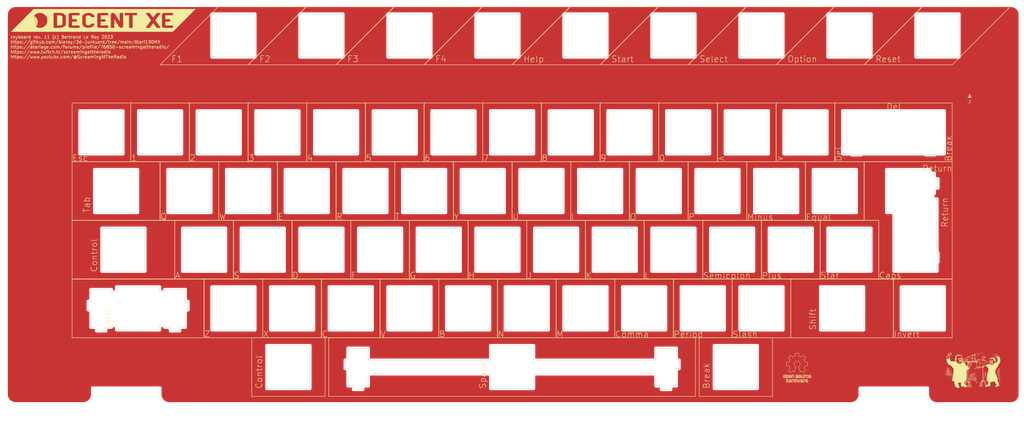
<source format=kicad_pcb>
(kicad_pcb (version 20211014) (generator pcbnew)
  (title_block (title "Decent XE Keyboard") (date "2022-12-29") (rev "11") (company "Decent Consulting"))
  (layers (0 "F.Cu" signal) (31 "B.Cu" signal) (34 "B.Paste" user) (35 "F.Paste" user) (36 "B.SilkS" user "B.Silkscreen") (37 "F.SilkS" user "F.Silkscreen") (38 "B.Mask" user) (39 "F.Mask" user) (44 "Edge.Cuts" user))
  (net 0 "")
  (net 1 "GND")
  (footprint "Atari130MX:MX-1-00U-Hole" (layer "F.Cu") (at 87.0975 102.16)
    (fp_text reference "SWA1" hide)
    (fp_text value "SW_Push_45deg")
    (fp_line (start -7 -7) (end -7 7) (layer "Edge.Cuts") (width 0.12))
    (fp_line (start 7 -7) (end 7 7) (layer "Edge.Cuts") (width 0.12))
    (fp_line (start -7 -7) (end 7 -7) (layer "Edge.Cuts") (width 0.12))
    (fp_line (start -7 7) (end 7 7) (layer "Edge.Cuts") (width 0.12))
  )
  (footprint "Atari130MX:MX-1-00U-Hole" (layer "F.Cu") (at 172.8225 121.21)
    (fp_text reference "SWB1" hide)
    (fp_text value "SW_Push_45deg")
    (fp_line (start -7 7) (end 7 7) (layer "Edge.Cuts") (width 0.12))
    (fp_line (start 7 -7) (end 7 7) (layer "Edge.Cuts") (width 0.12))
    (fp_line (start -7 -7) (end -7 7) (layer "Edge.Cuts") (width 0.12))
    (fp_line (start -7 -7) (end 7 -7) (layer "Edge.Cuts") (width 0.12))
  )
  (footprint "Atari130MX:MX-1-00U-Hole" (layer "F.Cu") (at 134.7225 121.21)
    (fp_text reference "SWC1" hide)
    (fp_text value "SW_Push_45deg")
    (fp_line (start -7 7) (end 7 7) (layer "Edge.Cuts") (width 0.12))
    (fp_line (start 7 -7) (end 7 7) (layer "Edge.Cuts") (width 0.12))
    (fp_line (start -7 -7) (end 7 -7) (layer "Edge.Cuts") (width 0.12))
    (fp_line (start -7 -7) (end -7 7) (layer "Edge.Cuts") (width 0.12))
  )
  (footprint "Atari130MX:MX-1-00U-Hole" (layer "F.Cu") (at 229.9725 121.21)
    (fp_text reference "SWComma1" hide)
    (fp_text value "SW_Push_45deg")
    (fp_line (start 7 -7) (end 7 7) (layer "Edge.Cuts") (width 0.12))
    (fp_line (start -7 7) (end 7 7) (layer "Edge.Cuts") (width 0.12))
    (fp_line (start -7 -7) (end -7 7) (layer "Edge.Cuts") (width 0.12))
    (fp_line (start -7 -7) (end 7 -7) (layer "Edge.Cuts") (width 0.12))
  )
  (footprint "Atari130MX:MX-1-25U-Hole" (layer "F.Cu") (at 114.481875 140.26)
    (fp_text reference "SWCtl1" hide)
    (fp_text value "SW_Push_45deg")
    (fp_line (start -7 7) (end 7 7) (layer "Edge.Cuts") (width 0.12))
    (fp_line (start 7 -7) (end 7 7) (layer "Edge.Cuts") (width 0.12))
    (fp_line (start -7 -7) (end -7 7) (layer "Edge.Cuts") (width 0.12))
    (fp_line (start -7 -7) (end 7 -7) (layer "Edge.Cuts") (width 0.12))
  )
  (footprint "Atari130MX:MX-1-00U-Hole" (layer "F.Cu") (at 125.1975 102.16)
    (fp_text reference "SWD1" hide)
    (fp_text value "SW_Push_45deg")
    (fp_line (start 7 -7) (end 7 7) (layer "Edge.Cuts") (width 0.12))
    (fp_line (start -7 -7) (end -7 7) (layer "Edge.Cuts") (width 0.12))
    (fp_line (start -7 7) (end 7 7) (layer "Edge.Cuts") (width 0.12))
    (fp_line (start -7 -7) (end 7 -7) (layer "Edge.Cuts") (width 0.12))
  )
  (footprint "Atari130MX:MX-1-00U-Hole" (layer "F.Cu") (at 144.2475 102.16)
    (fp_text reference "SWF1" hide)
    (fp_text value "SW_Push_45deg")
    (fp_line (start 7 -7) (end 7 7) (layer "Edge.Cuts") (width 0.12))
    (fp_line (start -7 -7) (end 7 -7) (layer "Edge.Cuts") (width 0.12))
    (fp_line (start -7 7) (end 7 7) (layer "Edge.Cuts") (width 0.12))
    (fp_line (start -7 -7) (end -7 7) (layer "Edge.Cuts") (width 0.12))
  )
  (footprint "Atari130MX:MX-1-00U-Hole" (layer "F.Cu") (at 163.2975 102.16)
    (fp_text reference "SWG1" hide)
    (fp_text value "SW_Push_45deg")
    (fp_line (start -7 7) (end 7 7) (layer "Edge.Cuts") (width 0.12))
    (fp_line (start -7 -7) (end -7 7) (layer "Edge.Cuts") (width 0.12))
    (fp_line (start -7 -7) (end 7 -7) (layer "Edge.Cuts") (width 0.12))
    (fp_line (start 7 -7) (end 7 7) (layer "Edge.Cuts") (width 0.12))
  )
  (footprint "Atari130MX:MX-1-00U-Hole" (layer "F.Cu") (at 182.3475 102.16)
    (fp_text reference "SWH1" hide)
    (fp_text value "SW_Push_45deg")
    (fp_line (start 7 -7) (end 7 7) (layer "Edge.Cuts") (width 0.12))
    (fp_line (start -7 -7) (end -7 7) (layer "Edge.Cuts") (width 0.12))
    (fp_line (start -7 -7) (end 7 -7) (layer "Edge.Cuts") (width 0.12))
    (fp_line (start -7 7) (end 7 7) (layer "Edge.Cuts") (width 0.12))
  )
  (footprint "Atari130MX:MX-1-50U-Atari-Fn-Hole" (layer "F.Cu") (at 210.9225 32.61)
    (fp_text reference "SWHlp1" hide)
    (fp_text value "SW_Push_45deg")
    (fp_line (start -7 7) (end 7 7) (layer "Edge.Cuts") (width 0.12))
    (fp_line (start -7 -7) (end -7 7) (layer "Edge.Cuts") (width 0.12))
    (fp_line (start -7 -7) (end 7 -7) (layer "Edge.Cuts") (width 0.12))
    (fp_line (start 7 -7) (end 7 7) (layer "Edge.Cuts") (width 0.12))
  )
  (footprint "Atari130MX:MX-1-00U-Hole" (layer "F.Cu") (at 320.46 121.21)
    (fp_text reference "SWInv1" hide)
    (fp_text value "SW_Push_45deg")
    (fp_line (start 7 -7) (end 7 7) (layer "Edge.Cuts") (width 0.12))
    (fp_line (start -7 7) (end 7 7) (layer "Edge.Cuts") (width 0.12))
    (fp_line (start -7 -7) (end 7 -7) (layer "Edge.Cuts") (width 0.12))
    (fp_line (start -7 -7) (end -7 7) (layer "Edge.Cuts") (width 0.12))
  )
  (footprint "Atari130MX:MX-1-00U-Hole" (layer "F.Cu") (at 201.3975 102.16)
    (fp_text reference "SWJ1" hide)
    (fp_text value "SW_Push_45deg")
    (fp_line (start -7 7) (end 7 7) (layer "Edge.Cuts") (width 0.12))
    (fp_line (start -7 -7) (end 7 -7) (layer "Edge.Cuts") (width 0.12))
    (fp_line (start 7 -7) (end 7 7) (layer "Edge.Cuts") (width 0.12))
    (fp_line (start -7 -7) (end -7 7) (layer "Edge.Cuts") (width 0.12))
  )
  (footprint "Atari130MX:MX-1-00U-Hole" (layer "F.Cu") (at 220.4475 102.16)
    (fp_text reference "SWK1" hide)
    (fp_text value "SW_Push_45deg")
    (fp_line (start -7 -7) (end 7 -7) (layer "Edge.Cuts") (width 0.12))
    (fp_line (start 7 -7) (end 7 7) (layer "Edge.Cuts") (width 0.12))
    (fp_line (start -7 -7) (end -7 7) (layer "Edge.Cuts") (width 0.12))
    (fp_line (start -7 7) (end 7 7) (layer "Edge.Cuts") (width 0.12))
  )
  (footprint "Atari130MX:MX-1-00U-Hole" (layer "F.Cu") (at 239.4975 102.16)
    (fp_text reference "SWL1" hide)
    (fp_text value "SW_Push_45deg")
    (fp_line (start -7 -7) (end -7 7) (layer "Edge.Cuts") (width 0.12))
    (fp_line (start -7 7) (end 7 7) (layer "Edge.Cuts") (width 0.12))
    (fp_line (start 7 -7) (end 7 7) (layer "Edge.Cuts") (width 0.12))
    (fp_line (start -7 -7) (end 7 -7) (layer "Edge.Cuts") (width 0.12))
  )
  (footprint "Atari130MX:MX-2-25U-Hole" (layer "F.Cu") (at 65.66625 121.21)
    (fp_text reference "SWLeftSft1" hide)
    (fp_text value "SW_Push_45deg")
    (fp_line (start -7 7) (end 7 7) (layer "Edge.Cuts") (width 0.12))
    (fp_line (start 8.67 5.588) (end 7 5.588) (layer "Edge.Cuts") (width 0.12))
    (fp_line (start 7 -7) (end 7 -5.334) (layer "Edge.Cuts") (width 0.12))
    (fp_line (start 16.2164 -2.286) (end 16.2164 0.508) (layer "Edge.Cuts") (width 0.12))
    (fp_line (start -7 7) (end -7 5.588) (layer "Edge.Cuts") (width 0.12))
    (fp_line (start -8.67 -6.1468) (end -8.67 -5.334) (layer "Edge.Cuts") (width 0.12))
    (fp_line (start -8.67 -6.1468) (end -15.33 -6.1468) (layer "Edge.Cuts") (width 0.12))
    (fp_line (start -10.476 6.1468) (end -10.476 7.3152) (layer "Edge.Cuts") (width 0.12))
    (fp_line (start 15.33 0.508) (end 15.33 6.1468) (layer "Edge.Cuts") (width 0.12))
    (fp_line (start 15.33 0.508) (end 16.2164 0.508) (layer "Edge.Cuts") (width 0.12))
    (fp_line (start -13.524 6.1468) (end -13.524 7.3152) (layer "Edge.Cuts") (width 0.12))
    (fp_line (start 13.524 6.1468) (end 15.33 6.1468) (layer "Edge.Cuts") (width 0.12))
    (fp_line (start 10.476 6.1468) (end 10.476 7.3152) (layer "Edge.Cuts") (width 0.12))
    (fp_line (start -8.67 5.588) (end -7 5.588) (layer "Edge.Cuts") (width 0.12))
    (fp_line (start -15.33 -2.286) (end -16.2164 -2.286) (layer "Edge.Cuts") (width 0.12))
    (fp_line (start 8.67 -6.1468) (end 8.67 -5.334) (layer "Edge.Cuts") (width 0.12))
    (fp_line (start 10.476 7.3152) (end 13.524 7.3152) (layer "Edge.Cuts") (width 0.12))
    (fp_line (start -10.476 7.3152) (end -13.524 7.3152) (layer "Edge.Cuts") (width 0.12))
    (fp_line (start -15.33 -6.1468) (end -15.33 -2.286) (layer "Edge.Cuts") (width 0.12))
    (fp_line (start -15.33 0.508) (end -15.33 6.1468) (layer "Edge.Cuts") (width 0.12))
    (fp_line (start 15.33 -2.286) (end 16.2164 -2.286) (layer "Edge.Cuts") (width 0.12))
    (fp_line (start -7 -7) (end 7 -7) (layer "Edge.Cuts") (width 0.12))
    (fp_line (start -15.33 0.508) (end -16.2164 0.508) (layer "Edge.Cuts") (width 0.12))
    (fp_line (start -13.524 6.1468) (end -15.33 6.1468) (layer "Edge.Cuts") (width 0.12))
    (fp_line (start 8.67 -6.1468) (end 15.33 -6.1468) (layer "Edge.Cuts") (width 0.12))
    (fp_line (start -8.67 6.1468) (end -10.476 6.1468) (layer "Edge.Cuts") (width 0.12))
    (fp_line (start 8.67 6.1468) (end 10.476 6.1468) (layer "Edge.Cuts") (width 0.12))
    (fp_line (start -8.67 6.1468) (end -8.67 5.588) (layer "Edge.Cuts") (width 0.12))
    (fp_line (start -7 -7) (end -7 -5.334) (layer "Edge.Cuts") (width 0.12))
    (fp_line (start 8.67 -5.334) (end 7 -5.334) (layer "Edge.Cuts") (width 0.12))
    (fp_line (start -16.2164 -2.286) (end -16.2164 0.508) (layer "Edge.Cuts") (width 0.12))
    (fp_line (start 7 7) (end 7 5.588) (layer "Edge.Cuts") (width 0.12))
    (fp_line (start 15.33 -6.1468) (end 15.33 -2.286) (layer "Edge.Cuts") (width 0.12))
    (fp_line (start 8.67 6.1468) (end 8.67 5.588) (layer "Edge.Cuts") (width 0.12))
    (fp_line (start -8.67 -5.334) (end -7 -5.334) (layer "Edge.Cuts") (width 0.12))
    (fp_line (start 13.524 6.1468) (end 13.524 7.3152) (layer "Edge.Cuts") (width 0.12))
  )
  (footprint "Atari130MX:MX-1-00U-Hole" (layer "F.Cu") (at 210.9225 121.21)
    (fp_text reference "SWM1" hide)
    (fp_text value "SW_Push_45deg")
    (fp_line (start -7 -7) (end 7 -7) (layer "Edge.Cuts") (width 0.12))
    (fp_line (start -7 -7) (end -7 7) (layer "Edge.Cuts") (width 0.12))
    (fp_line (start -7 7) (end 7 7) (layer "Edge.Cuts") (width 0.12))
    (fp_line (start 7 -7) (end 7 7) (layer "Edge.Cuts") (width 0.12))
  )
  (footprint "Atari130MX:MX-1-00U-Hole" (layer "F.Cu") (at 191.8725 121.21)
    (fp_text reference "SWN1" hide)
    (fp_text value "SW_Push_45deg")
    (fp_line (start -7 -7) (end 7 -7) (layer "Edge.Cuts") (width 0.12))
    (fp_line (start 7 -7) (end 7 7) (layer "Edge.Cuts") (width 0.12))
    (fp_line (start -7 -7) (end -7 7) (layer "Edge.Cuts") (width 0.12))
    (fp_line (start -7 7) (end 7 7) (layer "Edge.Cuts") (width 0.12))
  )
  (footprint "Atari130MX:MX-1-50U-Atari-Fn-Hole" (layer "F.Cu") (at 296.66 32.61)
    (fp_text reference "SWOption1" hide)
    (fp_text value "SW_Push_45deg")
    (fp_line (start -7 -7) (end 7 -7) (layer "Edge.Cuts") (width 0.12))
    (fp_line (start -7 -7) (end -7 7) (layer "Edge.Cuts") (width 0.12))
    (fp_line (start 7 -7) (end 7 7) (layer "Edge.Cuts") (width 0.12))
    (fp_line (start -7 7) (end 7 7) (layer "Edge.Cuts") (width 0.12))
  )
  (footprint "Atari130MX:MX-1-00U-Hole" (layer "F.Cu") (at 249.0225 121.21)
    (fp_text reference "SWPeriod1" hide)
    (fp_text value "SW_Push_45deg")
    (fp_line (start -7 -7) (end -7 7) (layer "Edge.Cuts") (width 0.12))
    (fp_line (start -7 -7) (end 7 -7) (layer "Edge.Cuts") (width 0.12))
    (fp_line (start -7 7) (end 7 7) (layer "Edge.Cuts") (width 0.12))
    (fp_line (start 7 -7) (end 7 7) (layer "Edge.Cuts") (width 0.12))
  )
  (footprint "Atari130MX:MX-1-00U-Hole" (layer "F.Cu") (at 277.5975 102.16)
    (fp_text reference "SWPlus1" hide)
    (fp_text value "SW_Push_45deg")
    (fp_line (start -7 -7) (end 7 -7) (layer "Edge.Cuts") (width 0.12))
    (fp_line (start -7 7) (end 7 7) (layer "Edge.Cuts") (width 0.12))
    (fp_line (start 7 -7) (end 7 7) (layer "Edge.Cuts") (width 0.12))
    (fp_line (start -7 -7) (end -7 7) (layer "Edge.Cuts") (width 0.12))
  )
  (footprint "Atari130MX:MX-1-75U-Hole" (layer "F.Cu") (at 294.26625 121.21)
    (fp_text reference "SWRightSft1" hide)
    (fp_text value "SW_Push_45deg")
    (fp_line (start -7 -7) (end 7 -7) (layer "Edge.Cuts") (width 0.12))
    (fp_line (start -7 7) (end 7 7) (layer "Edge.Cuts") (width 0.12))
    (fp_line (start 7 -7) (end 7 7) (layer "Edge.Cuts") (width 0.12))
    (fp_line (start -7 -7) (end -7 7) (layer "Edge.Cuts") (width 0.12))
  )
  (footprint "Atari130MX:MX-1-00U-Hole" (layer "F.Cu") (at 106.1475 102.16)
    (fp_text reference "SWS1" hide)
    (fp_text value "SW_Push_45deg")
    (fp_line (start -7 -7) (end 7 -7) (layer "Edge.Cuts") (width 0.12))
    (fp_line (start 7 -7) (end 7 7) (layer "Edge.Cuts") (width 0.12))
    (fp_line (start -7 -7) (end -7 7) (layer "Edge.Cuts") (width 0.12))
    (fp_line (start -7 7) (end 7 7) (layer "Edge.Cuts") (width 0.12))
  )
  (footprint "Atari130MX:MX-1-50U-Atari-Fn-Hole" (layer "F.Cu") (at 268.0725 32.61)
    (fp_text reference "SWSelect1" hide)
    (fp_text value "SW_Push_45deg")
    (fp_line (start -7 -7) (end -7 7) (layer "Edge.Cuts") (width 0.12))
    (fp_line (start -7 -7) (end 7 -7) (layer "Edge.Cuts") (width 0.12))
    (fp_line (start 7 -7) (end 7 7) (layer "Edge.Cuts") (width 0.12))
    (fp_line (start -7 7) (end 7 7) (layer "Edge.Cuts") (width 0.12))
  )
  (footprint "Atari130MX:MX-1-00U-Hole" (layer "F.Cu") (at 258.5475 102.16)
    (fp_text reference "SWSemi1" hide)
    (fp_text value "SW_Push_45deg")
    (fp_line (start -7 -7) (end 7 -7) (layer "Edge.Cuts") (width 0.12))
    (fp_line (start 7 -7) (end 7 7) (layer "Edge.Cuts") (width 0.12))
    (fp_line (start -7 7) (end 7 7) (layer "Edge.Cuts") (width 0.12))
    (fp_line (start -7 -7) (end -7 7) (layer "Edge.Cuts") (width 0.12))
  )
  (footprint "Atari130MX:MX-1-00U-Hole" (layer "F.Cu") (at 268.0725 121.21)
    (fp_text reference "SWSlash1" hide)
    (fp_text value "SW_Push_45deg")
    (fp_line (start -7 7) (end 7 7) (layer "Edge.Cuts") (width 0.12))
    (fp_line (start -7 -7) (end -7 7) (layer "Edge.Cuts") (width 0.12))
    (fp_line (start 7 -7) (end 7 7) (layer "Edge.Cuts") (width 0.12))
    (fp_line (start -7 -7) (end 7 -7) (layer "Edge.Cuts") (width 0.12))
  )
  (footprint "Atari130MX:MX-6-25U-Hole" (layer "F.Cu") (at 187.11 140.26)
    (fp_text reference "SWSpc1" hide)
    (fp_text value "SW_Push_45deg")
    (fp_line (start -46.67 -6.1468) (end -46.67 -2.25) (layer "Edge.Cuts") (width 0.12))
    (fp_line (start 46.67 -2.25) (end 7 -2.25) (layer "Edge.Cuts") (width 0.12))
    (fp_line (start 46.67 6.1468) (end 46.67 2.25) (layer "Edge.Cuts") (width 0.12))
    (fp_line (start 53.33 0.508) (end 54.2164 0.508) (layer "Edge.Cuts") (width 0.12))
    (fp_line (start -46.67 -6.1468) (end -53.33 -6.1468) (layer "Edge.Cuts") (width 0.12))
    (fp_line (start -54.2164 -2.286) (end -54.2164 0.508) (layer "Edge.Cuts") (width 0.12))
    (fp_line (start 46.67 -6.1468) (end 46.67 -2.25) (layer "Edge.Cuts") (width 0.12))
    (fp_line (start -7 -7) (end 7 -7) (layer "Edge.Cuts") (width 0.12))
    (fp_line (start 46.67 2.25) (end 7 2.25) (layer "Edge.Cuts") (width 0.12))
    (fp_line (start -48.476 7.3152) (end -51.524 7.3152) (layer "Edge.Cuts") (width 0.12))
    (fp_line (start 48.476 7.3152) (end 51.524 7.3152) (layer "Edge.Cuts") (width 0.12))
    (fp_line (start 53.33 0.508) (end 53.33 6.1468) (layer "Edge.Cuts") (width 0.12))
    (fp_line (start -7 7) (end -7 2.25) (layer "Edge.Cuts") (width 0.12))
    (fp_line (start 54.2164 -2.286) (end 54.2164 0.508) (layer "Edge.Cuts") (width 0.12))
    (fp_line (start 53.33 -2.286) (end 54.2164 -2.286) (layer "Edge.Cuts") (width 0.12))
    (fp_line (start -7 7) (end 7 7) (layer "Edge.Cuts") (width 0.12))
    (fp_line (start 51.524 6.1468) (end 53.33 6.1468) (layer "Edge.Cuts") (width 0.12))
    (fp_line (start -46.67 6.1468) (end -46.67 2.25) (layer "Edge.Cuts") (width 0.12))
    (fp_line (start -51.524 6.1468) (end -53.33 6.1468) (layer "Edge.Cuts") (width 0.12))
    (fp_line (start -51.524 6.1468) (end -51.524 7.3152) (layer "Edge.Cuts") (width 0.12))
    (fp_line (start -53.33 0.508) (end -53.33 6.1468) (layer "Edge.Cuts") (width 0.12))
    (fp_line (start -53.33 -6.1468) (end -53.33 -2.286) (layer "Edge.Cuts") (width 0.12))
    (fp_line (start 46.67 6.1468) (end 48.476 6.1468) (layer "Edge.Cuts") (width 0.12))
    (fp_line (start -53.33 -2.286) (end -54.2164 -2.286) (layer "Edge.Cuts") (width 0.12))
    (fp_line (start -46.67 2.25) (end -7 2.25) (layer "Edge.Cuts") (width 0.12))
    (fp_line (start 46.67 -6.1468) (end 53.33 -6.1468) (layer "Edge.Cuts") (width 0.12))
    (fp_line (start 51.524 6.1468) (end 51.524 7.3152) (layer "Edge.Cuts") (width 0.12))
    (fp_line (start -46.67 6.1468) (end -48.476 6.1468) (layer "Edge.Cuts") (width 0.12))
    (fp_line (start 53.33 -6.1468) (end 53.33 -2.286) (layer "Edge.Cuts") (width 0.12))
    (fp_line (start 48.476 6.1468) (end 48.476 7.3152) (layer "Edge.Cuts") (width 0.12))
    (fp_line (start -7 -7) (end -7 -2.25) (layer "Edge.Cuts") (width 0.12))
    (fp_line (start 7 -7) (end 7 -2.25) (layer "Edge.Cuts") (width 0.12))
    (fp_line (start -53.33 0.508) (end -54.2164 0.508) (layer "Edge.Cuts") (width 0.12))
    (fp_line (start -48.476 6.1468) (end -48.476 7.3152) (layer "Edge.Cuts") (width 0.12))
    (fp_line (start -46.67 -2.25) (end -7 -2.25) (layer "Edge.Cuts") (width 0.12))
    (fp_line (start 7 7) (end 7 2.25) (layer "Edge.Cuts") (width 0.12))
  )
  (footprint "Atari130MX:MX-1-50U-Atari-Fn-Hole" (layer "F.Cu") (at 239.4975 32.61)
    (fp_text reference "SWStart1" hide)
    (fp_text value "SW_Push_45deg")
    (fp_line (start -7 -7) (end -7 7) (layer "Edge.Cuts") (width 0.12))
    (fp_line (start 7 -7) (end 7 7) (layer "Edge.Cuts") (width 0.12))
    (fp_line (start -7 -7) (end 7 -7) (layer "Edge.Cuts") (width 0.12))
    (fp_line (start -7 7) (end 7 7) (layer "Edge.Cuts") (width 0.12))
  )
  (footprint "Atari130MX:MX-1-00U-Hole" (layer "F.Cu") (at 153.7725 121.21)
    (fp_text reference "SWV1" hide)
    (fp_text value "SW_Push_45deg")
    (fp_line (start 7 -7) (end 7 7) (layer "Edge.Cuts") (width 0.12))
    (fp_line (start -7 -7) (end -7 7) (layer "Edge.Cuts") (width 0.12))
    (fp_line (start -7 7) (end 7 7) (layer "Edge.Cuts") (width 0.12))
    (fp_line (start -7 -7) (end 7 -7) (layer "Edge.Cuts") (width 0.12))
  )
  (footprint "Atari130MX:MX-1-00U-Hole" (layer "F.Cu") (at 115.6725 121.21)
    (fp_text reference "SWX1" hide)
    (fp_text value "SW_Push_45deg")
    (fp_line (start 7 -7) (end 7 7) (layer "Edge.Cuts") (width 0.12))
    (fp_line (start -7 -7) (end 7 -7) (layer "Edge.Cuts") (width 0.12))
    (fp_line (start -7 7) (end 7 7) (layer "Edge.Cuts") (width 0.12))
    (fp_line (start -7 -7) (end -7 7) (layer "Edge.Cuts") (width 0.12))
  )
  (footprint "Atari130MX:MX-1-00U-Hole" (layer "F.Cu") (at 96.6225 121.21)
    (fp_text reference "SWZ1" hide)
    (fp_text value "SW_Push_45deg")
    (fp_line (start -7 7) (end 7 7) (layer "Edge.Cuts") (width 0.12))
    (fp_line (start -7 -7) (end 7 -7) (layer "Edge.Cuts") (width 0.12))
    (fp_line (start 7 -7) (end 7 7) (layer "Edge.Cuts") (width 0.12))
    (fp_line (start -7 -7) (end -7 7) (layer "Edge.Cuts") (width 0.12))
  )
  (footprint "Atari130MX:MX-1-00U-Hole" (layer "F.Cu") (at 101.385 83.11)
    (fp_text reference "SWW1" hide)
    (fp_text value "SW_Push_45deg")
    (fp_line (start 7 -7) (end 7 7) (layer "Edge.Cuts") (width 0.12))
    (fp_line (start -7 7) (end 7 7) (layer "Edge.Cuts") (width 0.12))
    (fp_line (start -7 -7) (end 7 -7) (layer "Edge.Cuts") (width 0.12))
    (fp_line (start -7 -7) (end -7 7) (layer "Edge.Cuts") (width 0.12))
  )
  (footprint "Atari130MX:MX-1-00U-Hole" (layer "F.Cu") (at 177.585 83.11)
    (fp_text reference "SWY1" hide)
    (fp_text value "SW_Push_45deg")
    (fp_line (start 7 -7) (end 7 7) (layer "Edge.Cuts") (width 0.12))
    (fp_line (start -7 -7) (end -7 7) (layer "Edge.Cuts") (width 0.12))
    (fp_line (start -7 7) (end 7 7) (layer "Edge.Cuts") (width 0.12))
    (fp_line (start -7 -7) (end 7 -7) (layer "Edge.Cuts") (width 0.12))
  )
  (footprint "Atari130MX:MX-1-00U-Hole" (layer "F.Cu") (at 158.535 83.11)
    (fp_text reference "SWT1" hide)
    (fp_text value "SW_Push_45deg")
    (fp_line (start -7 7) (end 7 7) (layer "Edge.Cuts") (width 0.12))
    (fp_line (start -7 -7) (end -7 7) (layer "Edge.Cuts") (width 0.12))
    (fp_line (start 7 -7) (end 7 7) (layer "Edge.Cuts") (width 0.12))
    (fp_line (start -7 -7) (end 7 -7) (layer "Edge.Cuts") (width 0.12))
  )
  (footprint "Atari130MX:MX-1-00U-Hole" (layer "F.Cu") (at 196.635 83.11)
    (fp_text reference "SWU1" hide)
    (fp_text value "SW_Push_45deg")
    (fp_line (start -7 -7) (end 7 -7) (layer "Edge.Cuts") (width 0.12))
    (fp_line (start -7 7) (end 7 7) (layer "Edge.Cuts") (width 0.12))
    (fp_line (start 7 -7) (end 7 7) (layer "Edge.Cuts") (width 0.12))
    (fp_line (start -7 -7) (end -7 7) (layer "Edge.Cuts") (width 0.12))
  )
  (footprint "Atari130MX:MX-1-00U-Hole" (layer "F.Cu") (at 253.785 83.11)
    (fp_text reference "SWP1" hide)
    (fp_text value "SW_Push_45deg")
    (fp_line (start -7 7) (end 7 7) (layer "Edge.Cuts") (width 0.12))
    (fp_line (start 7 -7) (end 7 7) (layer "Edge.Cuts") (width 0.12))
    (fp_line (start -7 -7) (end -7 7) (layer "Edge.Cuts") (width 0.12))
    (fp_line (start -7 -7) (end 7 -7) (layer "Edge.Cuts") (width 0.12))
  )
  (footprint "Atari130MX:MX-1-00U-Hole" (layer "F.Cu") (at 82.335 83.11)
    (fp_text reference "SWQ1" hide)
    (fp_text value "SW_Push_45deg")
    (fp_line (start -7 7) (end 7 7) (layer "Edge.Cuts") (width 0.12))
    (fp_line (start 7 -7) (end 7 7) (layer "Edge.Cuts") (width 0.12))
    (fp_line (start -7 -7) (end -7 7) (layer "Edge.Cuts") (width 0.12))
    (fp_line (start -7 -7) (end 7 -7) (layer "Edge.Cuts") (width 0.12))
  )
  (footprint "Atari130MX:MX-1-00U-Hole" (layer "F.Cu") (at 215.685 83.11)
    (fp_text reference "SWI1" hide)
    (fp_text value "SW_Push_45deg")
    (fp_line (start -7 -7) (end -7 7) (layer "Edge.Cuts") (width 0.12))
    (fp_line (start 7 -7) (end 7 7) (layer "Edge.Cuts") (width 0.12))
    (fp_line (start -7 7) (end 7 7) (layer "Edge.Cuts") (width 0.12))
    (fp_line (start -7 -7) (end 7 -7) (layer "Edge.Cuts") (width 0.12))
  )
  (footprint "Atari130MX:MX-1-00U-Hole" (layer "F.Cu") (at 291.885 83.11)
    (fp_text reference "SWEqual1" hide)
    (fp_text value "SW_Push_45deg")
    (fp_line (start 7 -7) (end 7 7) (layer "Edge.Cuts") (width 0.12))
    (fp_line (start -7 7) (end 7 7) (layer "Edge.Cuts") (width 0.12))
    (fp_line (start -7 -7) (end -7 7) (layer "Edge.Cuts") (width 0.12))
    (fp_line (start -7 -7) (end 7 -7) (layer "Edge.Cuts") (width 0.12))
  )
  (footprint "Atari130MX:MX-1-00U-Hole" (layer "F.Cu") (at 272.835 83.11)
    (fp_text reference "SWDash1" hide)
    (fp_text value "SW_Push_45deg")
    (fp_line (start 7 -7) (end 7 7) (layer "Edge.Cuts") (width 0.12))
    (fp_line (start -7 -7) (end -7 7) (layer "Edge.Cuts") (width 0.12))
    (fp_line (start -7 -7) (end 7 -7) (layer "Edge.Cuts") (width 0.12))
    (fp_line (start -7 7) (end 7 7) (layer "Edge.Cuts") (width 0.12))
  )
  (footprint "Atari130MX:MX-1-00U-Hole" (layer "F.Cu") (at 139.485 83.11)
    (fp_text reference "SWR1" hide)
    (fp_text value "SW_Push_45deg")
    (fp_line (start -7 -7) (end -7 7) (layer "Edge.Cuts") (width 0.12))
    (fp_line (start -7 -7) (end 7 -7) (layer "Edge.Cuts") (width 0.12))
    (fp_line (start 7 -7) (end 7 7) (layer "Edge.Cuts") (width 0.12))
    (fp_line (start -7 7) (end 7 7) (layer "Edge.Cuts") (width 0.12))
  )
  (footprint "Atari130MX:MX-1-00U-Hole" (layer "F.Cu") (at 120.435 83.11)
    (fp_text reference "SWE1" hide)
    (fp_text value "SW_Push_45deg")
    (fp_line (start -7 -7) (end 7 -7) (layer "Edge.Cuts") (width 0.12))
    (fp_line (start 7 -7) (end 7 7) (layer "Edge.Cuts") (width 0.12))
    (fp_line (start -7 -7) (end -7 7) (layer "Edge.Cuts") (width 0.12))
    (fp_line (start -7 7) (end 7 7) (layer "Edge.Cuts") (width 0.12))
  )
  (footprint "Atari130MX:MX-1-00U-Hole" (layer "F.Cu") (at 234.735 83.11)
    (fp_text reference "SWO1" hide)
    (fp_text value "SW_Push_45deg")
    (fp_line (start 7 -7) (end 7 7) (layer "Edge.Cuts") (width 0.12))
    (fp_line (start -7 -7) (end -7 7) (layer "Edge.Cuts") (width 0.12))
    (fp_line (start -7 -7) (end 7 -7) (layer "Edge.Cuts") (width 0.12))
    (fp_line (start -7 7) (end 7 7) (layer "Edge.Cuts") (width 0.12))
  )
  (footprint "Atari130MX:MX-1-00U-Hole" (layer "F.Cu") (at 53.76 64.06)
    (fp_text reference "SWEsc1" hide)
    (fp_text value "SW_Push_45deg")
    (fp_line (start -7 -7) (end -7 7) (layer "Edge.Cuts") (width 0.12))
    (fp_line (start -7 -7) (end 7 -7) (layer "Edge.Cuts") (width 0.12))
    (fp_line (start 7 -7) (end 7 7) (layer "Edge.Cuts") (width 0.12))
    (fp_line (start -7 7) (end 7 7) (layer "Edge.Cuts") (width 0.12))
  )
  (footprint "Atari130MX:MX-1-00U-Hole" (layer "F.Cu") (at 206.16 64.06)
    (fp_text reference "SW8" hide)
    (fp_text value "SW_Push_45deg")
    (fp_line (start 7 -7) (end 7 7) (layer "Edge.Cuts") (width 0.12))
    (fp_line (start -7 7) (end 7 7) (layer "Edge.Cuts") (width 0.12))
    (fp_line (start -7 -7) (end -7 7) (layer "Edge.Cuts") (width 0.12))
    (fp_line (start -7 -7) (end 7 -7) (layer "Edge.Cuts") (width 0.12))
  )
  (footprint "Atari130MX:MX-1-00U-Hole" (layer "F.Cu") (at 168.06 64.06)
    (fp_text reference "SW6" hide)
    (fp_text value "SW_Push_45deg")
    (fp_line (start 7 -7) (end 7 7) (layer "Edge.Cuts") (width 0.12))
    (fp_line (start -7 -7) (end -7 7) (layer "Edge.Cuts") (width 0.12))
    (fp_line (start -7 7) (end 7 7) (layer "Edge.Cuts") (width 0.12))
    (fp_line (start -7 -7) (end 7 -7) (layer "Edge.Cuts") (width 0.12))
  )
  (footprint "Atari130MX:MX-1-00U-Hole" (layer "F.Cu") (at 225.21 64.06)
    (fp_text reference "SW9" hide)
    (fp_text value "SW_Push_45deg")
    (fp_line (start -7 -7) (end 7 -7) (layer "Edge.Cuts") (width 0.12))
    (fp_line (start 7 -7) (end 7 7) (layer "Edge.Cuts") (width 0.12))
    (fp_line (start -7 7) (end 7 7) (layer "Edge.Cuts") (width 0.12))
    (fp_line (start -7 -7) (end -7 7) (layer "Edge.Cuts") (width 0.12))
  )
  (footprint "Atari130MX:MX-1-00U-Hole" (layer "F.Cu") (at 244.26 64.06)
    (fp_text reference "SW0" hide)
    (fp_text value "SW_Push_45deg")
    (fp_line (start -7 -7) (end -7 7) (layer "Edge.Cuts") (width 0.12))
    (fp_line (start -7 7) (end 7 7) (layer "Edge.Cuts") (width 0.12))
    (fp_line (start -7 -7) (end 7 -7) (layer "Edge.Cuts") (width 0.12))
    (fp_line (start 7 -7) (end 7 7) (layer "Edge.Cuts") (width 0.12))
  )
  (footprint "Atari130MX:MX-1-00U-Hole" (layer "F.Cu") (at 149.01 64.06)
    (fp_text reference "SW5" hide)
    (fp_text value "SW_Push_45deg")
    (fp_line (start -7 -7) (end 7 -7) (layer "Edge.Cuts") (width 0.12))
    (fp_line (start -7 -7) (end -7 7) (layer "Edge.Cuts") (width 0.12))
    (fp_line (start 7 -7) (end 7 7) (layer "Edge.Cuts") (width 0.12))
    (fp_line (start -7 7) (end 7 7) (layer "Edge.Cuts") (width 0.12))
  )
  (footprint "Atari130MX:MX-1-00U-Hole" (layer "F.Cu") (at 110.91 64.06)
    (fp_text reference "SW3" hide)
    (fp_text value "SW_Push_45deg")
    (fp_line (start -7 7) (end 7 7) (layer "Edge.Cuts") (width 0.12))
    (fp_line (start -7 -7) (end 7 -7) (layer "Edge.Cuts") (width 0.12))
    (fp_line (start -7 -7) (end -7 7) (layer "Edge.Cuts") (width 0.12))
    (fp_line (start 7 -7) (end 7 7) (layer "Edge.Cuts") (width 0.12))
  )
  (footprint "Atari130MX:MX-1-00U-Hole" (layer "F.Cu") (at 282.36 64.06)
    (fp_text reference "SWGT1" hide)
    (fp_text value "SW_Push_45deg")
    (fp_line (start -7 -7) (end 7 -7) (layer "Edge.Cuts") (width 0.12))
    (fp_line (start -7 7) (end 7 7) (layer "Edge.Cuts") (width 0.12))
    (fp_line (start 7 -7) (end 7 7) (layer "Edge.Cuts") (width 0.12))
    (fp_line (start -7 -7) (end -7 7) (layer "Edge.Cuts") (width 0.12))
  )
  (footprint "Atari130MX:MX-1-00U-Hole" (layer "F.Cu") (at 129.96 64.06)
    (fp_text reference "SW4" hide)
    (fp_text value "SW_Push_45deg")
    (fp_line (start -7 -7) (end -7 7) (layer "Edge.Cuts") (width 0.12))
    (fp_line (start -7 7) (end 7 7) (layer "Edge.Cuts") (width 0.12))
    (fp_line (start -7 -7) (end 7 -7) (layer "Edge.Cuts") (width 0.12))
    (fp_line (start 7 -7) (end 7 7) (layer "Edge.Cuts") (width 0.12))
  )
  (footprint "Atari130MX:MX-1-00U-Hole" (layer "F.Cu") (at 72.81 64.06)
    (fp_text reference "SW1" hide)
    (fp_text value "SW_Push_45deg")
    (fp_line (start -7 -7) (end -7 7) (layer "Edge.Cuts") (width 0.12))
    (fp_line (start -7 7) (end 7 7) (layer "Edge.Cuts") (width 0.12))
    (fp_line (start 7 -7) (end 7 7) (layer "Edge.Cuts") (width 0.12))
    (fp_line (start -7 -7) (end 7 -7) (layer "Edge.Cuts") (width 0.12))
  )
  (footprint "Atari130MX:MX-1-00U-Hole" (layer "F.Cu") (at 263.31 64.06)
    (fp_text reference "SWLT1" hide)
    (fp_text value "SW_Push_45deg")
    (fp_line (start 7 -7) (end 7 7) (layer "Edge.Cuts") (width 0.12))
    (fp_line (start -7 7) (end 7 7) (layer "Edge.Cuts") (width 0.12))
    (fp_line (start -7 -7) (end 7 -7) (layer "Edge.Cuts") (width 0.12))
    (fp_line (start -7 -7) (end -7 7) (layer "Edge.Cuts") (width 0.12))
  )
  (footprint "Atari130MX:MX-1-00U-Hole" (layer "F.Cu") (at 91.86 64.06)
    (fp_text reference "SW2" hide)
    (fp_text value "SW_Push_45deg")
    (fp_line (start -7 7) (end 7 7) (layer "Edge.Cuts") (width 0.12))
    (fp_line (start -7 -7) (end 7 -7) (layer "Edge.Cuts") (width 0.12))
    (fp_line (start 7 -7) (end 7 7) (layer "Edge.Cuts") (width 0.12))
    (fp_line (start -7 -7) (end -7 7) (layer "Edge.Cuts") (width 0.12))
  )
  (footprint "Atari130MX:MX-1-00U-Hole" (layer "F.Cu") (at 187.11 64.06)
    (fp_text reference "SW7" hide)
    (fp_text value "SW_Push_45deg")
    (fp_line (start -7 -7) (end 7 -7) (layer "Edge.Cuts") (width 0.12))
    (fp_line (start -7 7) (end 7 7) (layer "Edge.Cuts") (width 0.12))
    (fp_line (start -7 -7) (end -7 7) (layer "Edge.Cuts") (width 0.12))
    (fp_line (start 7 -7) (end 7 7) (layer "Edge.Cuts") (width 0.12))
  )
  (footprint "Atari130MX:MX-1-50U-Hole" (layer "F.Cu") (at 58.5225 83.11)
    (fp_text reference "SWTab1" hide)
    (fp_text value "SW_Push_45deg")
    (fp_line (start -7 -7) (end -7 7) (layer "Edge.Cuts") (width 0.12))
    (fp_line (start 7 -7) (end 7 7) (layer "Edge.Cuts") (width 0.12))
    (fp_line (start -7 7) (end 7 7) (layer "Edge.Cuts") (width 0.12))
    (fp_line (start -7 -7) (end 7 -7) (layer "Edge.Cuts") (width 0.12))
  )
  (footprint "Atari130MX:MX-1-00U-Hole" (layer "F.Cu") (at 296.6475 102.16)
    (fp_text reference "SWStar1" hide)
    (fp_text value "SW_Push_45deg")
    (fp_line (start 7 -7) (end 7 7) (layer "Edge.Cuts") (width 0.12))
    (fp_line (start -7 -7) (end -7 7) (layer "Edge.Cuts") (width 0.12))
    (fp_line (start -7 7) (end 7 7) (layer "Edge.Cuts") (width 0.12))
    (fp_line (start -7 -7) (end 7 -7) (layer "Edge.Cuts") (width 0.12))
  )
  (footprint "Atari130MX:MX-1-50U-Atari-Fn-Hole" (layer "F.Cu") (at 96.6225 32.61)
    (fp_text reference "SWFn1" hide)
    (fp_text value "SW_Push_45deg")
    (fp_line (start -7 -7) (end -7 7) (layer "Edge.Cuts") (width 0.12))
    (fp_line (start 7 -7) (end 7 7) (layer "Edge.Cuts") (width 0.12))
    (fp_line (start -7 7) (end 7 7) (layer "Edge.Cuts") (width 0.12))
    (fp_line (start -7 -7) (end 7 -7) (layer "Edge.Cuts") (width 0.12))
  )
  (footprint "Atari130MX:MX-1-50U-Atari-Fn-Hole" (layer "F.Cu") (at 125.1975 32.61)
    (fp_text reference "SWFn2" hide)
    (fp_text value "SW_Push_45deg")
    (fp_line (start -7 7) (end 7 7) (layer "Edge.Cuts") (width 0.12))
    (fp_line (start 7 -7) (end 7 7) (layer "Edge.Cuts") (width 0.12))
    (fp_line (start -7 -7) (end -7 7) (layer "Edge.Cuts") (width 0.12))
    (fp_line (start -7 -7) (end 7 -7) (layer "Edge.Cuts") (width 0.12))
  )
  (footprint "Atari130MX:MX-1-50U-Atari-Fn-Hole" (layer "F.Cu") (at 153.7725 32.61)
    (fp_text reference "SWFn3" hide)
    (fp_text value "SW_Push_45deg")
    (fp_line (start -7 7) (end 7 7) (layer "Edge.Cuts") (width 0.12))
    (fp_line (start 7 -7) (end 7 7) (layer "Edge.Cuts") (width 0.12))
    (fp_line (start -7 -7) (end 7 -7) (layer "Edge.Cuts") (width 0.12))
    (fp_line (start -7 -7) (end -7 7) (layer "Edge.Cuts") (width 0.12))
  )
  (footprint "Atari130MX:MX-1-50U-Atari-Fn-Hole" (layer "F.Cu") (at 182.3475 32.61)
    (fp_text reference "SWFn4" hide)
    (fp_text value "SW_Push_45deg")
    (fp_line (start -7 -7) (end -7 7) (layer "Edge.Cuts") (width 0.12))
    (fp_line (start -7 -7) (end 7 -7) (layer "Edge.Cuts") (width 0.12))
    (fp_line (start 7 -7) (end 7 7) (layer "Edge.Cuts") (width 0.12))
    (fp_line (start -7 7) (end 7 7) (layer "Edge.Cuts") (width 0.12))
  )
  (footprint "Atari130MX:MX-1-50U-Atari-Fn-Hole" (layer "F.Cu") (at 325.2225 32.61)
    (fp_text reference "SWReset1" hide)
    (fp_text value "SW_Push_45deg")
    (fp_line (start -7 7) (end 7 7) (layer "Edge.Cuts") (width 0.12))
    (fp_line (start -7 -7) (end -7 7) (layer "Edge.Cuts") (width 0.12))
    (fp_line (start 7 -7) (end 7 7) (layer "Edge.Cuts") (width 0.12))
    (fp_line (start -7 -7) (end 7 -7) (layer "Edge.Cuts") (width 0.12))
  )
  (footprint "Atari130MX:ScreamingAtTheRadio" (layer "F.Cu") (at 336.804 140.208)
    (fp_text reference "G***" hide)
    (fp_text value "LOGO" hide)
  )
  (footprint "Atari130MX:MX-2-00U-2x1.00U-Hole" (layer "F.Cu") (at 310.935 64.06)
    (fp_text reference "SWDel2" hide)
    (fp_text value "SWITCH")
    (fp_line (start -13.524 7) (end -13.524 7.3152) (layer "Edge.Cuts") (width 0.12))
    (fp_line (start -16.52 -7) (end -16.52 7) (layer "Edge.Cuts") (width 0.12))
    (fp_line (start -10.476 7) (end -10.476 7.3152) (layer "Edge.Cuts") (width 0.12))
    (fp_line (start -16.52 7) (end -13.524 7) (layer "Edge.Cuts") (width 0.12))
    (fp_line (start 10.476 7) (end 10.476 7.3152) (layer "Edge.Cuts") (width 0.12))
    (fp_line (start 13.524 7) (end 16.52 7) (layer "Edge.Cuts") (width 0.12))
    (fp_line (start -10.476 7.3152) (end -13.524 7.3152) (layer "Edge.Cuts") (width 0.12))
    (fp_line (start 13.524 7) (end 13.524 7.3152) (layer "Edge.Cuts") (width 0.12))
    (fp_line (start 10.476 7.3152) (end 13.524 7.3152) (layer "Edge.Cuts") (width 0.12))
    (fp_line (start -10.476 7) (end 10.476 7) (layer "Edge.Cuts") (width 0.12))
    (fp_line (start -16.52 -7) (end 16.52 -7) (layer "Edge.Cuts") (width 0.12))
    (fp_line (start 16.52 -7) (end 16.52 7) (layer "Edge.Cuts") (width 0.12))
  )
  (footprint "Atari130MX:MX-1-75U-Hole" (layer "F.Cu") (at 60.90375 102.16)
    (fp_text reference "SWCtlCaps1" hide)
    (fp_text value "SW_Push_45deg")
    (fp_line (start 7 -7) (end 7 7) (layer "Edge.Cuts") (width 0.12))
    (fp_line (start -7 7) (end 7 7) (layer "Edge.Cuts") (width 0.12))
    (fp_line (start -7 -7) (end 7 -7) (layer "Edge.Cuts") (width 0.12))
    (fp_line (start -7 -7) (end -7 7) (layer "Edge.Cuts") (width 0.12))
  )
  (footprint "LOGO" (layer "F.Cu") (at 187.452 91.694)
    (fp_text reference "G***" hide)
    (fp_text value "LOGO" hide)
  )
  (footprint "LOGO" (layer "F.Cu") (at 54.356 27.686)
    (fp_text reference "G***" hide)
    (fp_text value "LOGO" hide)
  )
  (footprint "Atari130MX:MX-ISO-RETURN-Option-Hole" (layer "F.Cu") (at 318.07875 92.635)
    (fp_text reference "SWRet2" hide)
    (fp_text value "SWITCH")
    (fp_line (start 7 10.476) (end 7 -7) (layer "Edge.Cuts") (width 0.12))
    (fp_line (start 7 -7) (end 5.588 -7) (layer "Edge.Cuts") (width 0.12))
    (fp_line (start 6.1468 -10.476) (end 7.3152 -10.476) (layer "Edge.Cuts") (width 0.12))
    (fp_line (start -7 16.525) (end -7 -2.525) (layer "Edge.Cuts") (width 0.12))
    (fp_line (start 6.1468 -8.67) (end 5.588 -8.67) (layer "Edge.Cuts") (width 0.12))
    (fp_line (start 5.588 -8.67) (end 5.588 -7) (layer "Edge.Cuts") (width 0.12))
    (fp_line (start 6.1468 -13.524) (end 6.1468 -15.33) (layer "Edge.Cuts") (width 0.12))
    (fp_line (start 6.1468 -8.67) (end 6.1468 -10.476) (layer "Edge.Cuts") (width 0.12))
    (fp_line (start 4.6187 -16.525) (end 4.6187 -15.33) (layer "Edge.Cuts") (width 0.12))
    (fp_line (start 7 13.524) (end 7 16.525) (layer "Edge.Cuts") (width 0.12))
    (fp_line (start 7 16.525) (end -7 16.525) (layer "Edge.Cuts") (width 0.12))
    (fp_line (start 6.1468 -13.524) (end 7.3152 -13.524) (layer "Edge.Cuts") (width 0.12))
    (fp_line (start 7.3152 -10.476) (end 7.3152 -13.524) (layer "Edge.Cuts") (width 0.12))
    (fp_line (start 4.6187 -15.33) (end 6.1468 -15.33) (layer "Edge.Cuts") (width 0.12))
    (fp_line (start 7 13.524) (end 7.3152 13.524) (layer "Edge.Cuts") (width 0.12))
    (fp_line (start -9.3813 -2.525) (end -9.3813 -16.525) (layer "Edge.Cuts") (width 0.12))
    (fp_line (start -7 -2.525) (end -9.3813 -2.525) (layer "Edge.Cuts") (width 0.12))
    (fp_line (start 7.3152 10.476) (end 7.3152 13.524) (layer "Edge.Cuts") (width 0.12))
    (fp_line (start 7 10.476) (end 7.3152 10.476) (layer "Edge.Cuts") (width 0.12))
    (fp_line (start -9.3813 -16.525) (end 4.6187 -16.525) (layer "Edge.Cuts") (width 0.12))
  )
  (footprint "Atari130MX:MX-1-25U-Hole" (layer "F.Cu") (at 259.738125 140.26)
    (fp_text reference "SWBrk2" hide)
    (fp_text value "SW_Push_45deg")
    (fp_line (start -7 -7) (end -7 7) (layer "Edge.Cuts") (width 0.12))
    (fp_line (start -7 -7) (end 7 -7) (layer "Edge.Cuts") (width 0.12))
    (fp_line (start 7 -7) (end 7 7) (layer "Edge.Cuts") (width 0.12))
    (fp_line (start -7 7) (end 7 7) (layer "Edge.Cuts") (width 0.12))
  )
  (footprint "Atari130MX:OSH_logo" (layer "F.Cu") (at 279.654 139.192)
    (fp_text reference "REF**" hide)
    (fp_text value "OSH_logo")
  )
  (gr_poly (pts (xy 336.305 52.805) (xy 335.035 52.805) (xy 335.67 51.535)) (layer "B.SilkS") (width 0.1) (fill solid))
  (gr_line (start 352.06 25.86) (end 352.06 149.16) (layer "Edge.Cuts") (width 0.05))
  (gr_arc (start 25.86 152.16) (mid 23.73868 151.28132) (end 22.86 149.16) (layer "Edge.Cuts") (width 0.05))
  (gr_arc (start 349.06 22.86) (mid 351.18132 23.73868) (end 352.06 25.86) (layer "Edge.Cuts") (width 0.05))
  (gr_arc (start 352.06 149.16) (mid 351.18132 151.28132) (end 349.06 152.16) (layer "Edge.Cuts") (width 0.05))
  (gr_arc (start 50.86 149.16) (mid 49.98132 151.28132) (end 47.86 152.16) (layer "Edge.Cuts") (width 0.05))
  (gr_arc (start 75.76 152.16) (mid 73.63868 151.28132) (end 72.76 149.16) (layer "Edge.Cuts") (width 0.05))
  (gr_line (start 72.76 147.06) (end 72.76 149.16) (layer "Edge.Cuts") (width 0.05))
  (gr_line (start 75.76 152.16) (end 297.1 152.16) (layer "Edge.Cuts") (width 0.05))
  (gr_arc (start 300.1 149.16) (mid 299.22132 151.28132) (end 297.1 152.16) (layer "Edge.Cuts") (width 0.05))
  (gr_line (start 300.1 147.06) (end 322 147.06) (layer "Edge.Cuts") (width 0.05))
  (gr_line (start 322 147.06) (end 322 149.16) (layer "Edge.Cuts") (width 0.05))
  (gr_line (start 300.1 147.06) (end 300.1 149.16) (layer "Edge.Cuts") (width 0.05))
  (gr_arc (start 325 152.16) (mid 322.87868 151.28132) (end 322 149.16) (layer "Edge.Cuts") (width 0.05))
  (gr_line (start 325 152.16) (end 349.06 152.16) (layer "Edge.Cuts") (width 0.05))
  (gr_line (start 25.86 152.16) (end 47.86 152.16) (layer "Edge.Cuts") (width 0.05))
  (gr_line (start 25.86 22.86) (end 349.06 22.86) (layer "Edge.Cuts") (width 0.05))
  (gr_line (start 50.86 147.06) (end 72.76 147.06) (layer "Edge.Cuts") (width 0.05))
  (gr_arc (start 22.86 25.86) (mid 23.73868 23.73868) (end 25.86 22.86) (layer "Edge.Cuts") (width 0.05))
  (gr_line (start 50.86 147.06) (end 50.86 149.16) (layer "Edge.Cuts") (width 0.05))
  (gr_line (start 22.86 25.86) (end 22.86 149.16) (layer "Edge.Cuts") (width 0.05))
  (gr_text "1" (at 335.67 54.075) (layer "B.SilkS") (effects (font (size 1 1)) (justify mirror)))
  (gr_text "Minus" (at 263.31 91.63) (layer "F.SilkS") (effects (font (size 2 2)) (justify left)))
  (gr_text "Equal" (at 282.36 91.63) (layer "F.SilkS") (effects (font (size 2 2)) (justify left)))
  (gr_text "Return" (at 320.206 75.744) (layer "F.SilkS") (effects (font (size 2 2)) (justify left)))
  (gr_text "Control" (at 51.37875 109.513553 90) (layer "F.SilkS") (effects (font (size 2 2)) (justify left)))
  (gr_text "A" (at 77.5725 110.494375) (layer "F.SilkS") (effects (font (size 2 2)) (justify left)))
  (gr_text "S" (at 96.6225 110.494375) (layer "F.SilkS") (effects (font (size 2 2)) (justify left)))
  (gr_text "D" (at 115.6725 110.494375) (layer "F.SilkS") (effects (font (size 2 2)) (justify left)))
  (gr_text "F" (at 134.7225 110.494375) (layer "F.SilkS") (effects (font (size 2 2)) (justify left)))
  (gr_text "G" (at 153.7725 110.494375) (layer "F.SilkS") (effects (font (size 2 2)) (justify left)))
  (gr_text "H" (at 172.8225 110.494375) (layer "F.SilkS") (effects (font (size 2 2)) (justify left)))
  (gr_text "J" (at 191.8725 110.59) (layer "F.SilkS") (effects (font (size 2 2)) (justify left)))
  (gr_text "K" (at 210.9225 110.59) (layer "F.SilkS") (effects (font (size 2 2)) (justify left)))
  (gr_text "L" (at 229.9725 110.59) (layer "F.SilkS") (effects (font (size 2 2)) (justify left)))
  (gr_text "Semicolon" (at 249.0225 110.59) (layer "F.SilkS") (effects (font (size 2 2)) (justify left)))
  (gr_text "Plus" (at 268.0725 110.59) (layer "F.SilkS") (effects (font (size 2 2)) (justify left)))
  (gr_text "Star" (at 287.1225 110.494375) (layer "F.SilkS") (effects (font (size 2 2)) (justify left)))
  (gr_text "Caps" (at 306.1725 110.494375) (layer "F.SilkS") (effects (font (size 2 2)) (justify left)))
  (gr_text "Shift" (at 56.14125 128.35375 90) (layer "F.SilkS") (effects (font (size 2 2)) (justify left)))
  (gr_text "Z" (at 87.0975 129.544375) (layer "F.SilkS") (effects (font (size 2 2)) (justify left)))
  (gr_text "X" (at 106.1475 129.544375) (layer "F.SilkS") (effects (font (size 2 2)) (justify left)))
  (gr_text "C" (at 125.1975 129.544375) (layer "F.SilkS") (effects (font (size 2 2)) (justify left)))
  (gr_text "V" (at 144.2475 129.64) (layer "F.SilkS") (effects (font (size 2 2)) (justify left)))
  (gr_text "B" (at 163.2975 129.544375) (layer "F.SilkS") (effects (font (size 2 2)) (justify left)))
  (gr_text "N" (at 182.3475 129.544375) (layer "F.SilkS") (effects (font (size 2 2)) (justify left)))
  (gr_text "M" (at 201.3975 129.64) (layer "F.SilkS") (effects (font (size 2 2)) (justify left)))
  (gr_text "Comma" (at 220.4475 129.64) (layer "F.SilkS") (effects (font (size 2 2)) (justify left)))
  (gr_text "Period" (at 239.4975 129.64) (layer "F.SilkS") (effects (font (size 2 2)) (justify left)))
  (gr_text "Slash" (at 258.5475 129.64) (layer "F.SilkS") (effects (font (size 2 2)) (justify left)))
  (gr_text "Shift" (at 284.74125 128.35375 90) (layer "F.SilkS") (effects (font (size 2 2)) (justify left)))
  (gr_text "Invert" (at 310.935 129.64) (layer "F.SilkS") (effects (font (size 2 2)) (justify left)))
  (gr_text "Select" (at 247.831875 40.2475) (layer "F.SilkS") (effects (font (size 2 2)) (justify left)))
  (gr_text "Option" (at 276.406875 40.2475) (layer "F.SilkS") (effects (font (size 2 2)) (justify left)))
  (gr_text "Reset" (at 304.981875 40.2475) (layer "F.SilkS") (effects (font (size 2 2)) (justify left)))
  (gr_text "Esc" (at 44.235 72.4) (layer "F.SilkS") (effects (font (size 2 2)) (justify left)))
  (gr_text "1" (at 63.285 72.394375) (layer "F.SilkS") (effects (font (size 2 2)) (justify left)))
  (gr_text "2" (at 82.335 72.394375) (layer "F.SilkS") (effects (font (size 2 2)) (justify left)))
  (gr_text "3" (at 101.385 72.394375) (layer "F.SilkS") (effects (font (size 2 2)) (justify left)))
  (gr_text "4" (at 120.435 72.394375) (layer "F.SilkS") (effects (font (size 2 2)) (justify left)))
  (gr_text "5" (at 139.485 72.4) (layer "F.SilkS") (effects (font (size 2 2)) (justify left)))
  (gr_text "6" (at 158.535 72.394375) (layer "F.SilkS") (effects (font (size 2 2)) (justify left)))
  (gr_text "7" (at 177.585 72.394375) (layer "F.SilkS") (effects (font (size 2 2)) (justify left)))
  (gr_text "8" (at 196.635 72.394375) (layer "F.SilkS") (effects (font (size 2 2)) (justify left)))
  (gr_text "9" (at 215.685 72.394375) (layer "F.SilkS") (effects (font (size 2 2)) (justify left)))
  (gr_text "0" (at 234.735 72.394375) (layer "F.SilkS") (effects (font (size 2 2)) (justify left)))
  (gr_text "<" (at 253.785 72.394375) (layer "F.SilkS") (effects (font (size 2 2)) (justify left)))
  (gr_text ">" (at 272.835 72.394375) (layer "F.SilkS") (effects (font (size 2 2)) (justify left)))
  (gr_text "Del" (at 293.075625 73.585 90) (layer "F.SilkS") (effects (font (size 2 2)) (justify left)))
  (gr_text "Tab" (at 48.9975 90.25375 90) (layer "F.SilkS") (effects (font (size 2 2)) (justify left)))
  (gr_text "Q" (at 72.81 91.444375) (layer "F.SilkS") (effects (font (size 2 2)) (justify left)))
  (gr_text "W" (at 91.86 91.444375) (layer "F.SilkS") (effects (font (size 2 2)) (justify left)))
  (gr_text "E" (at 110.91 91.444375) (layer "F.SilkS") (effects (font (size 2 2)) (justify left)))
  (gr_text "R" (at 129.96 91.444375) (layer "F.SilkS") (effects (font (size 2 2)) (justify left)))
  (gr_text "T" (at 149.01 91.444375) (layer "F.SilkS") (effects (font (size 2 2)) (justify left)))
  (gr_text "Y" (at 168.06 91.5) (layer "F.SilkS") (effects (font (size 2 2)) (justify left)))
  (gr_text "U" (at 187.11 91.444375) (layer "F.SilkS") (effects (font (size 2 2)) (justify left)))
  (gr_text "I" (at 206.16 91.444375) (layer "F.SilkS") (effects (font (size 2 2)) (justify left)))
  (gr_text "O" (at 225.21 91.5) (layer "F.SilkS") (effects (font (size 2 2)) (justify left)))
  (gr_text "P" (at 244.26 91.5) (layer "F.SilkS") (effects (font (size 2 2)) (justify left)))
  (gr_text "Start" (at 219.256875 40.2475) (layer "F.SilkS") (effects (font (size 2 2)) (justify left)))
  (gr_text "F4" (at 162.106875 40.2475) (layer "F.SilkS") (effects (font (size 2 2)) (justify left)))
  (gr_text "F3" (at 133.531875 40.2475) (layer "F.SilkS") (effects (font (size 2 2)) (justify left)))
  (gr_text "F2" (at 104.956875 40.2475) (layer "F.SilkS") (effects (font (size 2 2)) (justify left)))
  (gr_text "F1" (at 76.381875 40.2475) (layer "F.SilkS") (effects (font (size 2 2)) (justify left)))
  (gr_text "Break" (at 328.794375 73.585 90) (layer "F.SilkS") (effects (font (size 2 2)) (justify left)))
  (gr_text "Help" (at 190.681875 40.2475) (layer "F.SilkS") (effects (font (size 2 2)) (justify left)))
  (gr_text "keyboard rev. 11 (c) Bertrand Le Roy 2023\nhttps://github.com/bleroy/3d-junkyard/tree/main/Atari130MX\nhttps://atariage.com/forums/profile/76850-screamingattheradio/\nhttps://www.twitch.tv/screamingattheradio\nhttps://www.youtube.com/@ScreamingAtTheRadio" (at 24.13 36.322) (layer "F.SilkS") (effects (font (size 1 1)) (justify left)))
  (gr_text "Return" (at 327.60375 95.01625 90) (layer "F.SilkS") (effects (font (size 2 2)) (justify left)))
  (gr_text "Control" (at 104.956875 147.40375 90) (layer "F.SilkS") (effects (font (size 2 2)) (justify left)))
  (gr_text "Break" (at 250.213125 147.40375 90) (layer "F.SilkS") (effects (font (size 2 2)) (justify left)))
  (gr_text "Space" (at 177.585 147.40375 90) (layer "F.SilkS") (effects (font (size 2 2)) (justify left)))
  (gr_text "Del" (at 308.55375 55.725625) (layer "F.SilkS") (effects (font (size 2 2)) (justify left)))
  (zone (net 1) (net_name "GND") (layer "F.Cu") (name "Copper fill") (connect_pads (clearance 0.508)) (min_thickness 0.254) (fill yes (thermal_gap 0.508) (thermal_bridge_width 0.508) (island_removal_mode 1) (island_area_min 0))
    (polygon (pts (xy 353.314 152.908) (xy 20.828 153.67) (xy 21.844 21.59) (xy 353.314 21.082)))
  )
)
</source>
